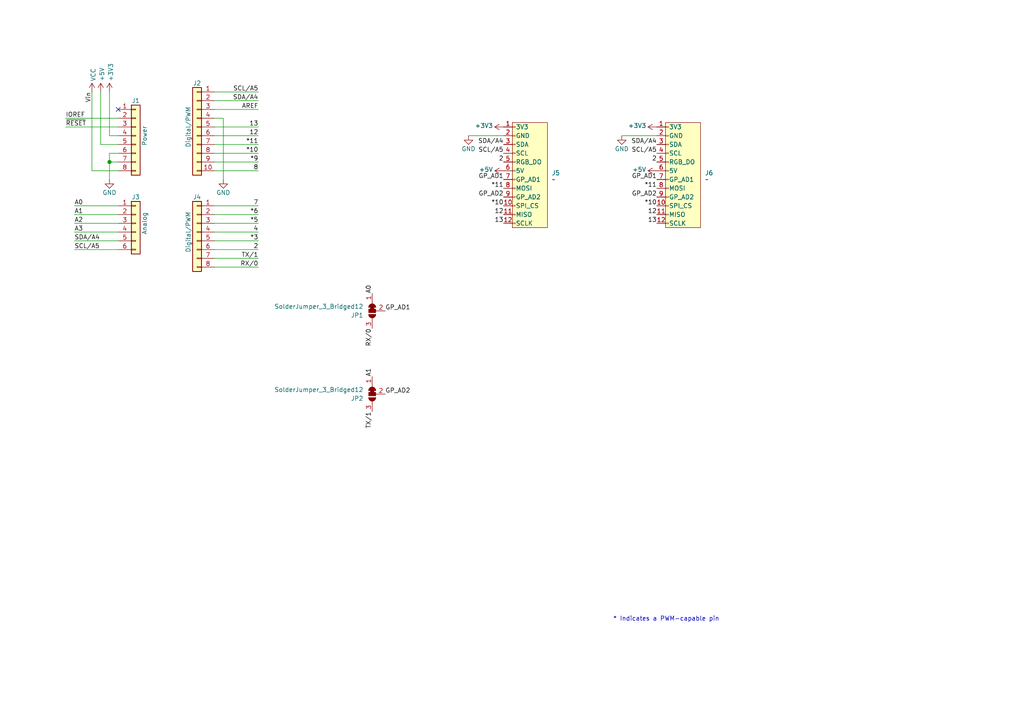
<source format=kicad_sch>
(kicad_sch (version 20231120) (generator "eeschema") (generator_version "8.0")
  (paper "A4")
  (title_block (date "mar. 31 mars 2015"))
  (lib_symbols
    (symbol "Connector_Generic:Conn_01x06" (pin_names (offset 1.016) hide)
      (property "Reference" "J" (at 0 7.62 0))
      (property "Value" "Conn_01x06" (at 0 -10.16 0))
      (symbol "Conn_01x06_1_1"
        (rectangle (start -1.27 -7.493) (end 0 -7.747) (stroke (width 0.1524)))
        (rectangle (start -1.27 -4.953) (end 0 -5.207) (stroke (width 0.1524)))
        (rectangle (start -1.27 -2.413) (end 0 -2.667) (stroke (width 0.1524)))
        (rectangle (start -1.27 0.127) (end 0 -0.127) (stroke (width 0.1524)))
        (rectangle (start -1.27 2.667) (end 0 2.413) (stroke (width 0.1524)))
        (rectangle (start -1.27 5.207) (end 0 4.953) (stroke (width 0.1524)))
        (rectangle (start -1.27 6.35) (end 1.27 -8.89) (stroke (width 0.254)) (fill (type background)))
        (pin passive line (at -5.08 5.08 0) (length 3.81) (name "Pin_1") (number "1"))
        (pin passive line (at -5.08 2.54 0) (length 3.81) (name "Pin_2") (number "2"))
        (pin passive line (at -5.08 0 0) (length 3.81) (name "Pin_3") (number "3"))
        (pin passive line (at -5.08 -2.54 0) (length 3.81) (name "Pin_4") (number "4"))
        (pin passive line (at -5.08 -5.08 0) (length 3.81) (name "Pin_5") (number "5"))
        (pin passive line (at -5.08 -7.62 0) (length 3.81) (name "Pin_6") (number "6"))
      )
    )
    (symbol "Connector_Generic:Conn_01x08" (pin_names (offset 1.016) hide)
      (property "Reference" "J" (at 0 10.16 0))
      (property "Value" "Conn_01x08" (at 0 -12.7 0))
      (symbol "Conn_01x08_1_1"
        (rectangle (start -1.27 -10.033) (end 0 -10.287) (stroke (width 0.1524)))
        (rectangle (start -1.27 -7.493) (end 0 -7.747) (stroke (width 0.1524)))
        (rectangle (start -1.27 -4.953) (end 0 -5.207) (stroke (width 0.1524)))
        (rectangle (start -1.27 -2.413) (end 0 -2.667) (stroke (width 0.1524)))
        (rectangle (start -1.27 0.127) (end 0 -0.127) (stroke (width 0.1524)))
        (rectangle (start -1.27 2.667) (end 0 2.413) (stroke (width 0.1524)))
        (rectangle (start -1.27 5.207) (end 0 4.953) (stroke (width 0.1524)))
        (rectangle (start -1.27 7.747) (end 0 7.493) (stroke (width 0.1524)))
        (rectangle (start -1.27 8.89) (end 1.27 -11.43) (stroke (width 0.254)) (fill (type background)))
        (pin passive line (at -5.08 7.62 0) (length 3.81) (name "Pin_1") (number "1"))
        (pin passive line (at -5.08 5.08 0) (length 3.81) (name "Pin_2") (number "2"))
        (pin passive line (at -5.08 2.54 0) (length 3.81) (name "Pin_3") (number "3"))
        (pin passive line (at -5.08 0 0) (length 3.81) (name "Pin_4") (number "4"))
        (pin passive line (at -5.08 -2.54 0) (length 3.81) (name "Pin_5") (number "5"))
        (pin passive line (at -5.08 -5.08 0) (length 3.81) (name "Pin_6") (number "6"))
        (pin passive line (at -5.08 -7.62 0) (length 3.81) (name "Pin_7") (number "7"))
        (pin passive line (at -5.08 -10.16 0) (length 3.81) (name "Pin_8") (number "8"))
      )
    )
    (symbol "Connector_Generic:Conn_01x10" (pin_names (offset 1.016) hide)
      (property "Reference" "J" (at 0 12.7 0))
      (property "Value" "Conn_01x10" (at 0 -15.24 0))
      (symbol "Conn_01x10_1_1"
        (rectangle (start -1.27 -12.573) (end 0 -12.827) (stroke (width 0.1524)))
        (rectangle (start -1.27 -10.033) (end 0 -10.287) (stroke (width 0.1524)))
        (rectangle (start -1.27 -7.493) (end 0 -7.747) (stroke (width 0.1524)))
        (rectangle (start -1.27 -4.953) (end 0 -5.207) (stroke (width 0.1524)))
        (rectangle (start -1.27 -2.413) (end 0 -2.667) (stroke (width 0.1524)))
        (rectangle (start -1.27 0.127) (end 0 -0.127) (stroke (width 0.1524)))
        (rectangle (start -1.27 2.667) (end 0 2.413) (stroke (width 0.1524)))
        (rectangle (start -1.27 5.207) (end 0 4.953) (stroke (width 0.1524)))
        (rectangle (start -1.27 7.747) (end 0 7.493) (stroke (width 0.1524)))
        (rectangle (start -1.27 10.287) (end 0 10.033) (stroke (width 0.1524)))
        (rectangle (start -1.27 11.43) (end 1.27 -13.97) (stroke (width 0.254)) (fill (type background)))
        (pin passive line (at -5.08 10.16 0) (length 3.81) (name "Pin_1") (number "1"))
        (pin passive line (at -5.08 -12.7 0) (length 3.81) (name "Pin_10") (number "10"))
        (pin passive line (at -5.08 7.62 0) (length 3.81) (name "Pin_2") (number "2"))
        (pin passive line (at -5.08 5.08 0) (length 3.81) (name "Pin_3") (number "3"))
        (pin passive line (at -5.08 2.54 0) (length 3.81) (name "Pin_4") (number "4"))
        (pin passive line (at -5.08 0 0) (length 3.81) (name "Pin_5") (number "5"))
        (pin passive line (at -5.08 -2.54 0) (length 3.81) (name "Pin_6") (number "6"))
        (pin passive line (at -5.08 -5.08 0) (length 3.81) (name "Pin_7") (number "7"))
        (pin passive line (at -5.08 -7.62 0) (length 3.81) (name "Pin_8") (number "8"))
        (pin passive line (at -5.08 -10.16 0) (length 3.81) (name "Pin_9") (number "9"))
      )
    )
    (symbol "Jumper:SolderJumper_3_Bridged12" (pin_names (offset 0) hide) (exclude_from_sim yes) (in_bom no)
      (property "Reference" "JP" (at -2.54 -2.54 0))
      (property "Value" "SolderJumper_3_Bridged12" (at 0 2.794 0))
      (symbol "SolderJumper_3_Bridged12_0_1"
        (rectangle (start -1.016 0.508) (end -0.508 -0.508) (fill (type outline)))
        (arc (start -1.016 1.016) (mid -2.0276 0) (end -1.016 -1.016))
        (arc (start -1.016 1.016) (mid -2.0276 0) (end -1.016 -1.016) (fill (type outline)))
        (rectangle (start -0.508 1.016) (end 0.508 -1.016) (fill (type outline)))
        (polyline (pts (xy -2.54 0) (xy -2.032 0)))
        (polyline (pts (xy -1.016 1.016) (xy -1.016 -1.016)))
        (polyline (pts (xy 0 -1.27) (xy 0 -1.016)))
        (polyline (pts (xy 1.016 1.016) (xy 1.016 -1.016)))
        (polyline (pts (xy 2.54 0) (xy 2.032 0)))
        (arc (start 1.016 -1.016) (mid 2.0276 0) (end 1.016 1.016))
        (arc (start 1.016 -1.016) (mid 2.0276 0) (end 1.016 1.016) (fill (type outline)))
      )
      (symbol "SolderJumper_3_Bridged12_1_1"
        (pin passive line (at -5.08 0 0) (length 2.54) (name "A") (number "1"))
        (pin passive line (at 0 -3.81 90) (length 2.54) (name "C") (number "2"))
        (pin passive line (at 5.08 0 180) (length 2.54) (name "B") (number "3"))
      )
    )
    (symbol "power:+3V3" (power) (pin_names (offset 0))
      (property "Value" "+3V3" (at 0 3.556 0))
      (symbol "+3V3_0_1"
        (polyline (pts (xy -0.762 1.27) (xy 0 2.54)))
        (polyline (pts (xy 0 0) (xy 0 2.54)))
        (polyline (pts (xy 0 2.54) (xy 0.762 1.27)))
      )
      (symbol "+3V3_1_1"
        (pin power_in line (at 0 0 90) (length 0) hide (name "+3V3") (number "1"))
      )
    )
    (symbol "power:+5V" (power) (pin_names (offset 0))
      (property "Value" "+5V" (at 0 3.556 0))
      (symbol "+5V_0_1"
        (polyline (pts (xy -0.762 1.27) (xy 0 2.54)))
        (polyline (pts (xy 0 0) (xy 0 2.54)))
        (polyline (pts (xy 0 2.54) (xy 0.762 1.27)))
      )
      (symbol "+5V_1_1"
        (pin power_in line (at 0 0 90) (length 0) hide (name "+5V") (number "1"))
      )
    )
    (symbol "power:GND" (power) (pin_names (offset 0))
      (property "Value" "GND" (at 0 -3.81 0))
      (symbol "GND_0_1"
        (polyline (pts (xy 0 0) (xy 0 -1.27) (xy 1.27 -1.27) (xy 0 -2.54) (xy -1.27 -1.27) (xy 0 -1.27)))
      )
      (symbol "GND_1_1"
        (pin power_in line (at 0 0 270) (length 0) hide (name "GND") (number "1"))
      )
    )
    (symbol "power:VCC" (power) (pin_names (offset 0))
      (property "Value" "VCC" (at 0 3.81 0))
      (symbol "VCC_0_1"
        (polyline (pts (xy -0.762 1.27) (xy 0 2.54)))
        (polyline (pts (xy 0 0) (xy 0 2.54)))
        (polyline (pts (xy 0 2.54) (xy 0.762 1.27)))
      )
      (symbol "VCC_1_1"
        (pin power_in line (at 0 0 90) (length 0) hide (name "VCC") (number "1"))
      )
    )
    (symbol "vik:vik-keyboard-connector" (pin_names (offset 1))
      (property "Reference" "J" (at 0 15.875 0))
      (symbol "vik-keyboard-connector_1_1"
        (rectangle (start -5.08 13.97) (end 5.08 -16.51) (fill (type background)))
        (rectangle (start -5.0546 -15.113) (end -4.191 -15.367) (stroke (width 0.1)))
        (rectangle (start -5.0546 -12.573) (end -4.191 -12.827) (stroke (width 0.1)))
        (rectangle (start -5.0546 -10.033) (end -4.191 -10.287) (stroke (width 0.1)))
        (rectangle (start -5.0546 -7.493) (end -4.191 -7.747) (stroke (width 0.1)))
        (rectangle (start -5.0546 -4.953) (end -4.191 -5.207) (stroke (width 0.1)))
        (rectangle (start -5.0546 -2.413) (end -4.191 -2.667) (stroke (width 0.1)))
        (rectangle (start -5.0546 0.127) (end -4.191 -0.127) (stroke (width 0.1)))
        (rectangle (start -5.0546 2.667) (end -4.191 2.413) (stroke (width 0.1)))
        (rectangle (start -5.0546 5.207) (end -4.191 4.953) (stroke (width 0.1)))
        (rectangle (start -5.0546 7.747) (end -4.191 7.493) (stroke (width 0.1)))
        (rectangle (start -5.0546 10.287) (end -4.191 10.033) (stroke (width 0.1)))
        (rectangle (start -5.0546 12.827) (end -4.191 12.573) (stroke (width 0.1)))
        (pin power_in line (at -7.62 12.7 0) (length 2.54) (name "3V3") (number "1"))
        (pin input line (at -7.62 -10.16 0) (length 2.54) (name "SPI_CS") (number "10"))
        (pin tri_state line (at -7.62 -12.7 0) (length 2.54) (name "MISO") (number "11"))
        (pin input line (at -7.62 -15.24 0) (length 2.54) (name "SCLK") (number "12"))
        (pin power_in line (at -7.62 10.16 0) (length 2.54) (name "GND") (number "2"))
        (pin bidirectional line (at -7.62 7.62 0) (length 2.54) (name "SDA") (number "3"))
        (pin bidirectional line (at -7.62 5.08 0) (length 2.54) (name "SCL") (number "4"))
        (pin input line (at -7.62 2.54 0) (length 2.54) (name "RGB_DO") (number "5"))
        (pin power_in line (at -7.62 0 0) (length 2.54) (name "5V") (number "6"))
        (pin bidirectional line (at -7.62 -2.54 0) (length 2.54) (name "GP_AD1") (number "7"))
        (pin input line (at -7.62 -5.08 0) (length 2.54) (name "MOSI") (number "8"))
        (pin bidirectional line (at -7.62 -7.62 0) (length 2.54) (name "GP_AD2") (number "9"))
      )
    )
  )
  (junction (at 31.75 46.99) (diameter 1.016))
  (no_connect (at 34.29 31.75))
  (wire (pts (xy 62.23 77.47) (xy 74.93 77.47)))
  (wire (pts (xy 62.23 44.45) (xy 74.93 44.45)))
  (wire (pts (xy 62.23 26.67) (xy 74.93 26.67)))
  (wire (pts (xy 31.75 44.45) (xy 31.75 46.99)))
  (wire (pts (xy 21.59 72.39) (xy 34.29 72.39)))
  (wire (pts (xy 31.75 46.99) (xy 31.75 52.07)))
  (wire (pts (xy 31.75 39.37) (xy 34.29 39.37)))
  (wire (pts (xy 29.21 41.91) (xy 34.29 41.91)))
  (wire (pts (xy 29.21 26.67) (xy 29.21 41.91)))
  (wire (pts (xy 62.23 36.83) (xy 74.93 36.83)))
  (wire (pts (xy 31.75 26.67) (xy 31.75 39.37)))
  (wire (pts (xy 62.23 59.69) (xy 74.93 59.69)))
  (wire (pts (xy 34.29 59.69) (xy 21.59 59.69)))
  (wire (pts (xy 62.23 39.37) (xy 74.93 39.37)))
  (wire (pts (xy 62.23 62.23) (xy 74.93 62.23)))
  (wire (pts (xy 62.23 46.99) (xy 74.93 46.99)))
  (wire (pts (xy 62.23 67.31) (xy 74.93 67.31)))
  (wire (pts (xy 19.05 34.29) (xy 34.29 34.29)))
  (wire (pts (xy 135.89 39.37) (xy 146.05 39.37)))
  (wire (pts (xy 64.77 34.29) (xy 64.77 52.07)))
  (wire (pts (xy 62.23 31.75) (xy 74.93 31.75)))
  (wire (pts (xy 34.29 64.77) (xy 21.59 64.77)))
  (wire (pts (xy 19.05 36.83) (xy 34.29 36.83)))
  (wire (pts (xy 180.34 39.37) (xy 190.5 39.37)))
  (wire (pts (xy 34.29 46.99) (xy 31.75 46.99)))
  (wire (pts (xy 34.29 49.53) (xy 26.67 49.53)))
  (wire (pts (xy 21.59 62.23) (xy 34.29 62.23)))
  (wire (pts (xy 62.23 34.29) (xy 64.77 34.29)))
  (wire (pts (xy 34.29 44.45) (xy 31.75 44.45)))
  (wire (pts (xy 62.23 41.91) (xy 74.93 41.91)))
  (wire (pts (xy 62.23 64.77) (xy 74.93 64.77)))
  (wire (pts (xy 21.59 67.31) (xy 34.29 67.31)))
  (wire (pts (xy 62.23 29.21) (xy 74.93 29.21)))
  (wire (pts (xy 62.23 72.39) (xy 74.93 72.39)))
  (wire (pts (xy 62.23 69.85) (xy 74.93 69.85)))
  (wire (pts (xy 62.23 74.93) (xy 74.93 74.93)))
  (wire (pts (xy 26.67 49.53) (xy 26.67 26.67)))
  (wire (pts (xy 34.29 69.85) (xy 21.59 69.85)))
  (wire (pts (xy 62.23 49.53) (xy 74.93 49.53)))
  (text "* Indicates a PWM-capable pin" (at 177.8 180.34 0) (effects (font (size 1.27 1.27)) (justify left bottom)))
  (label "RX{slash}0" (at 74.93 77.47 180))
  (label "A2" (at 21.59 64.77 0))
  (label "A0" (at 107.95 85.09 90))
  (label "4" (at 74.93 67.31 180))
  (label "GP_AD1" (at 146.05 52.07 180))
  (label "2" (at 74.93 72.39 180))
  (label "SDA{slash}A4" (at 146.05 41.91 180))
  (label "12" (at 146.05 62.23 180))
  (label "A3" (at 21.59 67.31 0))
  (label "RX{slash}0" (at 107.95 95.25 270))
  (label "13" (at 74.93 36.83 180))
  (label "GP_AD1" (at 190.5 52.07 180))
  (label "12" (at 74.93 39.37 180))
  (label "~{RESET}" (at 19.05 36.83 0))
  (label "*10" (at 190.5 59.69 180))
  (label "*10" (at 74.93 44.45 180))
  (label "2" (at 146.05 46.99 180))
  (label "GP_AD1" (at 111.76 90.17 0))
  (label "13" (at 146.05 64.77 180))
  (label "12" (at 190.5 62.23 180))
  (label "A1" (at 107.95 109.22 90))
  (label "TX{slash}1" (at 107.95 119.38 270))
  (label "7" (at 74.93 59.69 180))
  (label "SDA{slash}A4" (at 74.93 29.21 180))
  (label "8" (at 74.93 49.53 180))
  (label "SCL{slash}A5" (at 146.05 44.45 180))
  (label "*11" (at 74.93 41.91 180))
  (label "*3" (at 74.93 69.85 180))
  (label "SDA{slash}A4" (at 190.5 41.91 180))
  (label "A1" (at 21.59 62.23 0))
  (label "*11" (at 190.5 54.61 180))
  (label "TX{slash}1" (at 74.93 74.93 180))
  (label "*10" (at 146.05 59.69 180))
  (label "*11" (at 146.05 54.61 180))
  (label "A0" (at 21.59 59.69 0))
  (label "AREF" (at 74.93 31.75 180))
  (label "Vin" (at 26.67 26.67 270))
  (label "*6" (at 74.93 62.23 180))
  (label "2" (at 190.5 46.99 180))
  (label "SCL{slash}A5" (at 74.93 26.67 180))
  (label "*9" (at 74.93 46.99 180))
  (label "*5" (at 74.93 64.77 180))
  (label "GP_AD2" (at 190.5 57.15 180))
  (label "13" (at 190.5 64.77 180))
  (label "IOREF" (at 19.05 34.29 0))
  (label "SDA{slash}A4" (at 21.59 69.85 0))
  (label "SCL{slash}A5" (at 21.59 72.39 0))
  (label "GP_AD2" (at 146.05 57.15 180))
  (label "GP_AD2" (at 111.76 114.3 0))
  (label "SCL{slash}A5" (at 190.5 44.45 180))
  (symbol (lib_id "Connector_Generic:Conn_01x08") (at 39.37 39.37 0) (unit 1)
    (property "Reference" "J1" (at 39.37 29.21 0))
    (property "Value" "Power" (at 41.91 39.37 90))
    (property "Footprint" "Connector_PinSocket_2.54mm:PinSocket_1x08_P2.54mm_Vertical" (effects (hide yes)))
  )
  (symbol (lib_id "power:+3V3") (at 31.75 26.67 0) (unit 1)
    (property "Reference" "#PWR03" (effects (hide yes)))
    (property "Value" "+3V3" (at 32.131 23.622 90) (effects (justify left)))
  )
  (symbol (lib_id "power:+5V") (at 29.21 26.67 0) (unit 1)
    (property "Reference" "#PWR02" (effects (hide yes)))
    (property "Value" "+5V" (at 29.5656 23.622 90) (effects (justify left)))
  )
  (symbol (lib_id "power:GND") (at 31.75 52.07 0) (unit 1)
    (property "Reference" "#PWR04" (effects (hide yes)))
    (property "Value" "GND" (at 31.75 55.88 0))
  )
  (symbol (lib_id "Connector_Generic:Conn_01x10") (at 57.15 36.83 0) (mirror y) (unit 1)
    (property "Reference" "J2" (at 57.15 24.13 0))
    (property "Value" "Digital/PWM" (at 54.61 36.83 90))
    (property "Footprint" "Connector_PinSocket_2.54mm:PinSocket_1x10_P2.54mm_Vertical" (effects (hide yes)))
  )
  (symbol (lib_id "power:GND") (at 64.77 52.07 0) (unit 1)
    (property "Reference" "#PWR05" (effects (hide yes)))
    (property "Value" "GND" (at 64.77 55.88 0))
  )
  (symbol (lib_id "Connector_Generic:Conn_01x06") (at 39.37 64.77 0) (unit 1)
    (property "Reference" "J3" (at 39.37 57.15 0))
    (property "Value" "Analog" (at 41.91 64.77 90))
    (property "Footprint" "Connector_PinSocket_2.54mm:PinSocket_1x06_P2.54mm_Vertical" (effects (hide yes)))
  )
  (symbol (lib_id "Connector_Generic:Conn_01x08") (at 57.15 67.31 0) (mirror y) (unit 1)
    (property "Reference" "J4" (at 57.15 57.15 0))
    (property "Value" "Digital/PWM" (at 54.61 67.31 90))
    (property "Footprint" "Connector_PinSocket_2.54mm:PinSocket_1x08_P2.54mm_Vertical" (effects (hide yes)))
  )
  (symbol (lib_id "vik:vik-keyboard-connector") (at 198.12 49.53 0) (unit 1)
    (property "Reference" "J6" (at 204.47 50.1649 0) (effects (justify left)))
    (property "Value" "~" (at 204.47 52.07 0) (effects (justify left)))
    (property "Footprint" "vik:vik-keyboard-connector-horizontal" (effects (hide yes)))
  )
  (symbol (lib_id "power:VCC") (at 26.67 26.67 0) (unit 1)
    (property "Reference" "#PWR01" (effects (hide yes)))
    (property "Value" "VCC" (at 27.051 23.622 90) (effects (justify left)))
  )
  (symbol (lib_id "power:+5V") (at 190.5 49.53 90) (unit 1)
    (property "Reference" "#PWR011" (effects (hide yes)))
    (property "Value" "+5V" (at 187.452 49.1744 90) (effects (justify left)))
  )
  (symbol (lib_id "power:GND") (at 180.34 39.37 0) (unit 1)
    (property "Reference" "#PWR09" (effects (hide yes)))
    (property "Value" "GND" (at 180.34 43.18 0))
  )
  (symbol (lib_id "power:+5V") (at 146.05 49.53 90) (unit 1)
    (property "Reference" "#PWR07" (effects (hide yes)))
    (property "Value" "+5V" (at 143.002 49.1744 90) (effects (justify left)))
  )
  (symbol (lib_id "vik:vik-keyboard-connector") (at 153.67 49.53 0) (unit 1)
    (property "Reference" "J5" (at 160.02 50.1649 0) (effects (justify left)))
    (property "Value" "~" (at 160.02 52.07 0) (effects (justify left)))
    (property "Footprint" "vik:vik-keyboard-connector-horizontal" (effects (hide yes)))
  )
  (symbol (lib_id "power:+3V3") (at 190.5 36.83 90) (unit 1)
    (property "Reference" "#PWR010" (effects (hide yes)))
    (property "Value" "+3V3" (at 187.452 36.449 90) (effects (justify left)))
  )
  (symbol (lib_id "power:GND") (at 135.89 39.37 0) (unit 1)
    (property "Reference" "#PWR08" (effects (hide yes)))
    (property "Value" "GND" (at 135.89 43.18 0))
  )
  (symbol (lib_id "power:+3V3") (at 146.05 36.83 90) (unit 1)
    (property "Reference" "#PWR06" (effects (hide yes)))
    (property "Value" "+3V3" (at 143.002 36.449 90) (effects (justify left)))
  )
  (symbol (lib_id "Jumper:SolderJumper_3_Bridged12") (at 107.95 114.3 90) (mirror x) (unit 1) (exclude_from_sim yes) (in_bom no)
    (property "Reference" "JP2" (at 105.41 115.5701 90) (effects (justify left)))
    (property "Value" "SolderJumper_3_Bridged12" (at 105.41 113.0301 90) (effects (justify left)))
    (property "Footprint" "Jumper:SolderJumper-3_P1.3mm_Bridged12_RoundedPad1.0x1.5mm" (effects (hide yes)))
    (property "Description" "3-pole Solder Jumper, pins 1+2 closed/bridged" (effects (hide yes)))
  )
  (symbol (lib_id "Jumper:SolderJumper_3_Bridged12") (at 107.95 90.17 90) (mirror x) (unit 1) (exclude_from_sim yes) (in_bom no)
    (property "Reference" "JP1" (at 105.41 91.4401 90) (effects (justify left)))
    (property "Value" "SolderJumper_3_Bridged12" (at 105.41 88.9001 90) (effects (justify left)))
    (property "Footprint" "Jumper:SolderJumper-3_P1.3mm_Bridged12_RoundedPad1.0x1.5mm" (effects (hide yes)))
    (property "Description" "3-pole Solder Jumper, pins 1+2 closed/bridged" (effects (hide yes)))
  )
)
</source>
